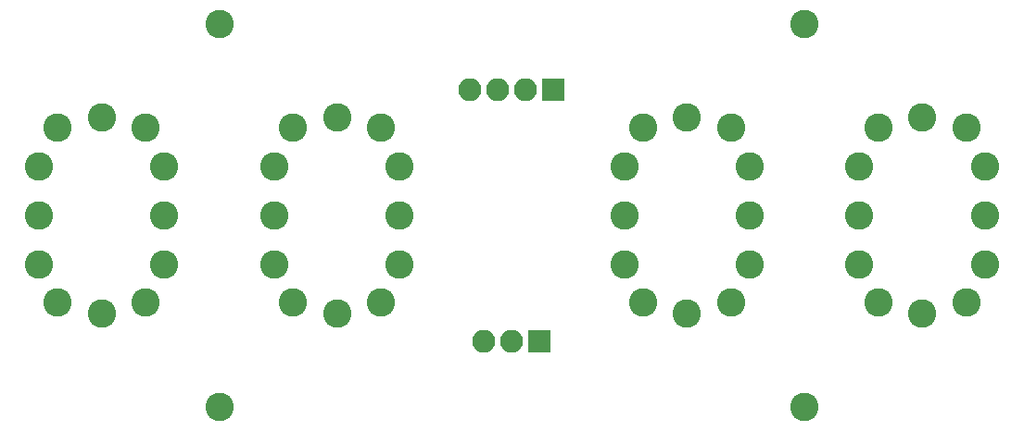
<source format=gbr>
G04 #@! TF.GenerationSoftware,KiCad,Pcbnew,(5.1.5-0-10_14)*
G04 #@! TF.CreationDate,2020-03-24T18:15:21-07:00*
G04 #@! TF.ProjectId,display_module,64697370-6c61-4795-9f6d-6f64756c652e,rev?*
G04 #@! TF.SameCoordinates,Original*
G04 #@! TF.FileFunction,Soldermask,Bot*
G04 #@! TF.FilePolarity,Negative*
%FSLAX46Y46*%
G04 Gerber Fmt 4.6, Leading zero omitted, Abs format (unit mm)*
G04 Created by KiCad (PCBNEW (5.1.5-0-10_14)) date 2020-03-24 18:15:21*
%MOMM*%
%LPD*%
G04 APERTURE LIST*
%ADD10O,2.100000X2.100000*%
%ADD11R,2.100000X2.100000*%
%ADD12C,2.600000*%
G04 APERTURE END LIST*
D10*
X144690000Y-93500000D03*
X147230000Y-93500000D03*
X149770000Y-93500000D03*
D11*
X152310000Y-93500000D03*
D10*
X145960000Y-116500000D03*
X148500000Y-116500000D03*
D11*
X151040000Y-116500000D03*
D12*
X175250000Y-122500000D03*
X121750000Y-122500000D03*
X175250000Y-87500000D03*
X121750000Y-87500000D03*
X182000000Y-113000000D03*
X190000000Y-113000000D03*
X186000000Y-114000000D03*
X191750000Y-109500000D03*
X180250000Y-105000000D03*
X182000000Y-97000000D03*
X190000000Y-97000000D03*
X180250000Y-109500000D03*
X191750000Y-105000000D03*
X186000000Y-96000000D03*
X191750000Y-100500000D03*
X180250000Y-100500000D03*
X107000000Y-113000000D03*
X115000000Y-113000000D03*
X111000000Y-114000000D03*
X116750000Y-109500000D03*
X105250000Y-105000000D03*
X107000000Y-97000000D03*
X115000000Y-97000000D03*
X105250000Y-109500000D03*
X116750000Y-105000000D03*
X111000000Y-96000000D03*
X116750000Y-100500000D03*
X105250000Y-100500000D03*
X160500000Y-113000000D03*
X168500000Y-113000000D03*
X164500000Y-114000000D03*
X170250000Y-109500000D03*
X158750000Y-105000000D03*
X160500000Y-97000000D03*
X168500000Y-97000000D03*
X158750000Y-109500000D03*
X170250000Y-105000000D03*
X164500000Y-96000000D03*
X170250000Y-100500000D03*
X158750000Y-100500000D03*
X128500000Y-113000000D03*
X136500000Y-113000000D03*
X132500000Y-114000000D03*
X138250000Y-109500000D03*
X126750000Y-105000000D03*
X128500000Y-97000000D03*
X136500000Y-97000000D03*
X126750000Y-109500000D03*
X138250000Y-105000000D03*
X132500000Y-96000000D03*
X138250000Y-100500000D03*
X126750000Y-100500000D03*
M02*

</source>
